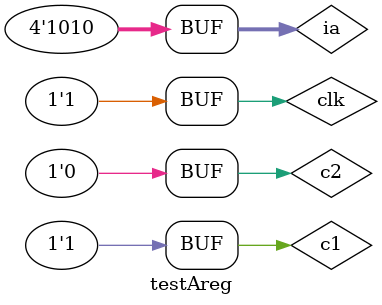
<source format=v>
module testAreg(); 
	reg clk, c1, c2;
	reg [3:0] ia;
	wire [3:0] q;


	areg dut(.clk(clk), .c1(c1), .c2(c2), .ia(ia), .q(q));


	initial 
	begin
		//Test Load
		ia = 4'b0000;
		c1 = 0;
		c2 = 1;
		#10;
		//Test Hold
		ia = 4'b1111;
		c1 = 0;
		c2 = 0;
		#10;
		//Test Load
		c1 = 0;
		c2 = 1;
		#10
		//Test Reset
		c1 = 1;
		c2 = 1;
		#10;
		//Test Load
		ia = 4'b1010;
		c1 = 0;
		c2 = 1;
		#10;
		//Test Shift
		c1 = 1;
		c2 = 0;
		#10;
	end
	
	always 
	begin
		clk = 0;
		#5;
		clk = 1;
		#5;
	end
endmodule


</source>
